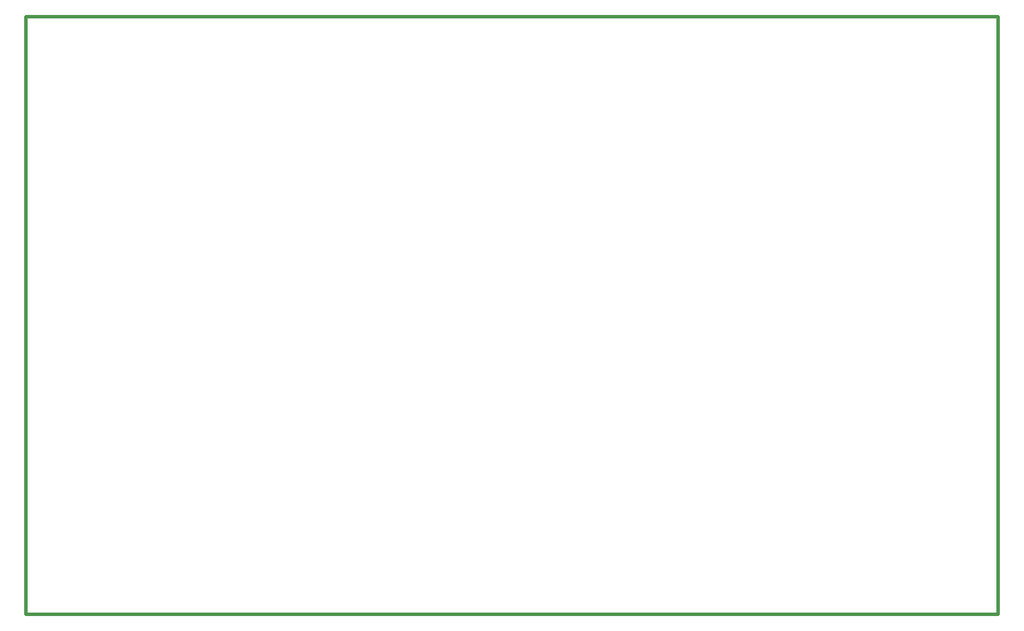
<source format=gko>
G04 Layer: BoardOutlineLayer*
G04 EasyEDA v6.5.29, 2023-07-14 16:03:38*
G04 49c0109143794da29a213c6937cafebe,1e4d668faf9c44eeab1497739a8aa4b2,10*
G04 Gerber Generator version 0.2*
G04 Scale: 100 percent, Rotated: No, Reflected: No *
G04 Dimensions in millimeters *
G04 leading zeros omitted , absolute positions ,4 integer and 5 decimal *
%FSLAX45Y45*%
%MOMM*%

%ADD10C,0.5000*%
D10*
X-299999Y8499983D02*
G01*
X13999977Y8499983D01*
X-299999Y-299999D02*
G01*
X13999977Y-299999D01*
X13999977Y8499983D02*
G01*
X13999977Y-299999D01*
X-299999Y8499983D02*
G01*
X-299999Y-299999D01*

%LPD*%
M02*

</source>
